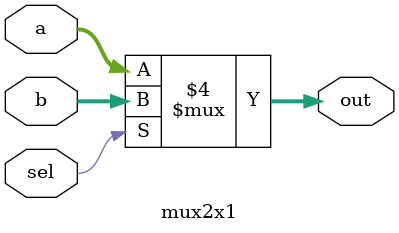
<source format=v>
`timescale 1ns / 1ps


module mux2x1(
    input [15:0] a,
    input [15:0] b,
    input sel,
    output reg[15:0] out
    );
    always @ (*)
    begin 
        if(sel == 0)
            out = a;
        else out = b;
    end
endmodule

</source>
